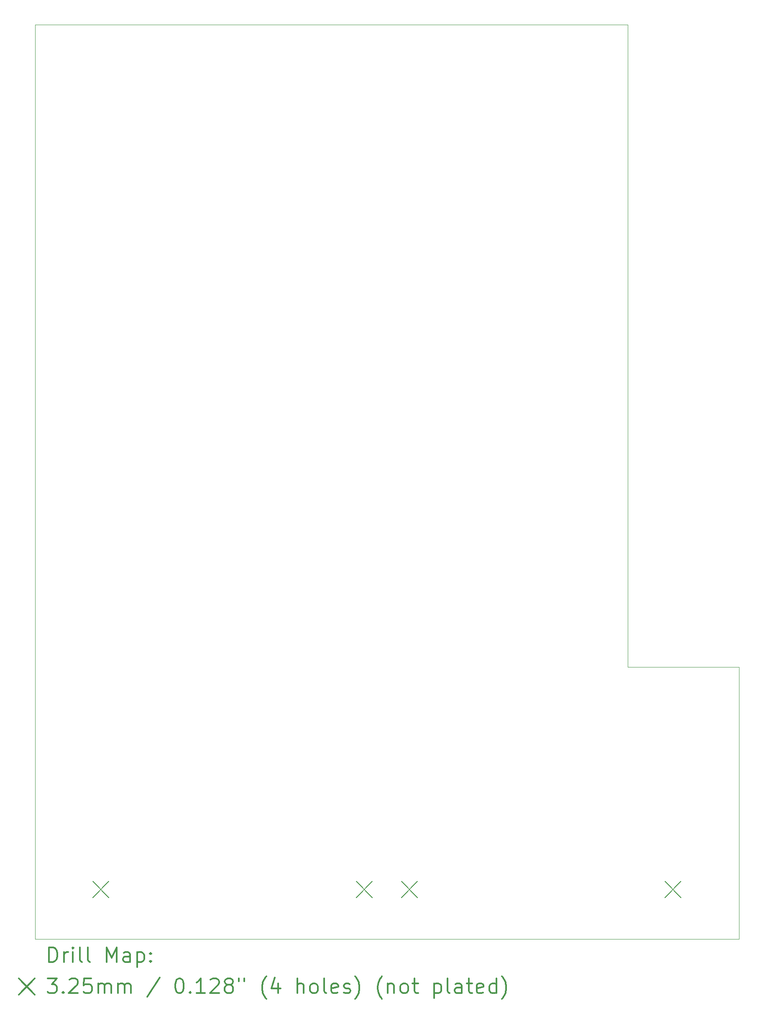
<source format=gbr>
%FSLAX45Y45*%
G04 Gerber Fmt 4.5, Leading zero omitted, Abs format (unit mm)*
G04 Created by KiCad (PCBNEW (5.1.9-0-10_14)) date 2021-08-05 14:32:15*
%MOMM*%
%LPD*%
G01*
G04 APERTURE LIST*
%TA.AperFunction,Profile*%
%ADD10C,0.050000*%
%TD*%
%ADD11C,0.200000*%
%ADD12C,0.300000*%
G04 APERTURE END LIST*
D10*
X15000000Y-17000000D02*
X15000000Y-16000000D01*
X17250000Y-17000000D02*
X15000000Y-17000000D01*
X17250000Y-22500000D02*
X17250000Y-17000000D01*
X3000000Y-22500000D02*
X17250000Y-22500000D01*
X15000000Y-4000000D02*
X15000000Y-16000000D01*
X15000000Y-4000000D02*
X3000000Y-4000000D01*
X3000000Y-22500000D02*
X3000000Y-4000000D01*
D11*
X4170500Y-21337500D02*
X4495500Y-21662500D01*
X4495500Y-21337500D02*
X4170500Y-21662500D01*
X9504500Y-21337500D02*
X9829500Y-21662500D01*
X9829500Y-21337500D02*
X9504500Y-21662500D01*
X10420500Y-21337500D02*
X10745500Y-21662500D01*
X10745500Y-21337500D02*
X10420500Y-21662500D01*
X15754500Y-21337500D02*
X16079500Y-21662500D01*
X16079500Y-21337500D02*
X15754500Y-21662500D01*
D12*
X3283928Y-22968214D02*
X3283928Y-22668214D01*
X3355357Y-22668214D01*
X3398214Y-22682500D01*
X3426786Y-22711071D01*
X3441071Y-22739643D01*
X3455357Y-22796786D01*
X3455357Y-22839643D01*
X3441071Y-22896786D01*
X3426786Y-22925357D01*
X3398214Y-22953929D01*
X3355357Y-22968214D01*
X3283928Y-22968214D01*
X3583928Y-22968214D02*
X3583928Y-22768214D01*
X3583928Y-22825357D02*
X3598214Y-22796786D01*
X3612500Y-22782500D01*
X3641071Y-22768214D01*
X3669643Y-22768214D01*
X3769643Y-22968214D02*
X3769643Y-22768214D01*
X3769643Y-22668214D02*
X3755357Y-22682500D01*
X3769643Y-22696786D01*
X3783928Y-22682500D01*
X3769643Y-22668214D01*
X3769643Y-22696786D01*
X3955357Y-22968214D02*
X3926786Y-22953929D01*
X3912500Y-22925357D01*
X3912500Y-22668214D01*
X4112500Y-22968214D02*
X4083928Y-22953929D01*
X4069643Y-22925357D01*
X4069643Y-22668214D01*
X4455357Y-22968214D02*
X4455357Y-22668214D01*
X4555357Y-22882500D01*
X4655357Y-22668214D01*
X4655357Y-22968214D01*
X4926786Y-22968214D02*
X4926786Y-22811071D01*
X4912500Y-22782500D01*
X4883928Y-22768214D01*
X4826786Y-22768214D01*
X4798214Y-22782500D01*
X4926786Y-22953929D02*
X4898214Y-22968214D01*
X4826786Y-22968214D01*
X4798214Y-22953929D01*
X4783928Y-22925357D01*
X4783928Y-22896786D01*
X4798214Y-22868214D01*
X4826786Y-22853929D01*
X4898214Y-22853929D01*
X4926786Y-22839643D01*
X5069643Y-22768214D02*
X5069643Y-23068214D01*
X5069643Y-22782500D02*
X5098214Y-22768214D01*
X5155357Y-22768214D01*
X5183928Y-22782500D01*
X5198214Y-22796786D01*
X5212500Y-22825357D01*
X5212500Y-22911071D01*
X5198214Y-22939643D01*
X5183928Y-22953929D01*
X5155357Y-22968214D01*
X5098214Y-22968214D01*
X5069643Y-22953929D01*
X5341071Y-22939643D02*
X5355357Y-22953929D01*
X5341071Y-22968214D01*
X5326786Y-22953929D01*
X5341071Y-22939643D01*
X5341071Y-22968214D01*
X5341071Y-22782500D02*
X5355357Y-22796786D01*
X5341071Y-22811071D01*
X5326786Y-22796786D01*
X5341071Y-22782500D01*
X5341071Y-22811071D01*
X2672500Y-23300000D02*
X2997500Y-23625000D01*
X2997500Y-23300000D02*
X2672500Y-23625000D01*
X3255357Y-23298214D02*
X3441071Y-23298214D01*
X3341071Y-23412500D01*
X3383928Y-23412500D01*
X3412500Y-23426786D01*
X3426786Y-23441071D01*
X3441071Y-23469643D01*
X3441071Y-23541071D01*
X3426786Y-23569643D01*
X3412500Y-23583929D01*
X3383928Y-23598214D01*
X3298214Y-23598214D01*
X3269643Y-23583929D01*
X3255357Y-23569643D01*
X3569643Y-23569643D02*
X3583928Y-23583929D01*
X3569643Y-23598214D01*
X3555357Y-23583929D01*
X3569643Y-23569643D01*
X3569643Y-23598214D01*
X3698214Y-23326786D02*
X3712500Y-23312500D01*
X3741071Y-23298214D01*
X3812500Y-23298214D01*
X3841071Y-23312500D01*
X3855357Y-23326786D01*
X3869643Y-23355357D01*
X3869643Y-23383929D01*
X3855357Y-23426786D01*
X3683928Y-23598214D01*
X3869643Y-23598214D01*
X4141071Y-23298214D02*
X3998214Y-23298214D01*
X3983928Y-23441071D01*
X3998214Y-23426786D01*
X4026786Y-23412500D01*
X4098214Y-23412500D01*
X4126786Y-23426786D01*
X4141071Y-23441071D01*
X4155357Y-23469643D01*
X4155357Y-23541071D01*
X4141071Y-23569643D01*
X4126786Y-23583929D01*
X4098214Y-23598214D01*
X4026786Y-23598214D01*
X3998214Y-23583929D01*
X3983928Y-23569643D01*
X4283928Y-23598214D02*
X4283928Y-23398214D01*
X4283928Y-23426786D02*
X4298214Y-23412500D01*
X4326786Y-23398214D01*
X4369643Y-23398214D01*
X4398214Y-23412500D01*
X4412500Y-23441071D01*
X4412500Y-23598214D01*
X4412500Y-23441071D02*
X4426786Y-23412500D01*
X4455357Y-23398214D01*
X4498214Y-23398214D01*
X4526786Y-23412500D01*
X4541071Y-23441071D01*
X4541071Y-23598214D01*
X4683928Y-23598214D02*
X4683928Y-23398214D01*
X4683928Y-23426786D02*
X4698214Y-23412500D01*
X4726786Y-23398214D01*
X4769643Y-23398214D01*
X4798214Y-23412500D01*
X4812500Y-23441071D01*
X4812500Y-23598214D01*
X4812500Y-23441071D02*
X4826786Y-23412500D01*
X4855357Y-23398214D01*
X4898214Y-23398214D01*
X4926786Y-23412500D01*
X4941071Y-23441071D01*
X4941071Y-23598214D01*
X5526786Y-23283929D02*
X5269643Y-23669643D01*
X5912500Y-23298214D02*
X5941071Y-23298214D01*
X5969643Y-23312500D01*
X5983928Y-23326786D01*
X5998214Y-23355357D01*
X6012500Y-23412500D01*
X6012500Y-23483929D01*
X5998214Y-23541071D01*
X5983928Y-23569643D01*
X5969643Y-23583929D01*
X5941071Y-23598214D01*
X5912500Y-23598214D01*
X5883928Y-23583929D01*
X5869643Y-23569643D01*
X5855357Y-23541071D01*
X5841071Y-23483929D01*
X5841071Y-23412500D01*
X5855357Y-23355357D01*
X5869643Y-23326786D01*
X5883928Y-23312500D01*
X5912500Y-23298214D01*
X6141071Y-23569643D02*
X6155357Y-23583929D01*
X6141071Y-23598214D01*
X6126786Y-23583929D01*
X6141071Y-23569643D01*
X6141071Y-23598214D01*
X6441071Y-23598214D02*
X6269643Y-23598214D01*
X6355357Y-23598214D02*
X6355357Y-23298214D01*
X6326786Y-23341071D01*
X6298214Y-23369643D01*
X6269643Y-23383929D01*
X6555357Y-23326786D02*
X6569643Y-23312500D01*
X6598214Y-23298214D01*
X6669643Y-23298214D01*
X6698214Y-23312500D01*
X6712500Y-23326786D01*
X6726786Y-23355357D01*
X6726786Y-23383929D01*
X6712500Y-23426786D01*
X6541071Y-23598214D01*
X6726786Y-23598214D01*
X6898214Y-23426786D02*
X6869643Y-23412500D01*
X6855357Y-23398214D01*
X6841071Y-23369643D01*
X6841071Y-23355357D01*
X6855357Y-23326786D01*
X6869643Y-23312500D01*
X6898214Y-23298214D01*
X6955357Y-23298214D01*
X6983928Y-23312500D01*
X6998214Y-23326786D01*
X7012500Y-23355357D01*
X7012500Y-23369643D01*
X6998214Y-23398214D01*
X6983928Y-23412500D01*
X6955357Y-23426786D01*
X6898214Y-23426786D01*
X6869643Y-23441071D01*
X6855357Y-23455357D01*
X6841071Y-23483929D01*
X6841071Y-23541071D01*
X6855357Y-23569643D01*
X6869643Y-23583929D01*
X6898214Y-23598214D01*
X6955357Y-23598214D01*
X6983928Y-23583929D01*
X6998214Y-23569643D01*
X7012500Y-23541071D01*
X7012500Y-23483929D01*
X6998214Y-23455357D01*
X6983928Y-23441071D01*
X6955357Y-23426786D01*
X7126786Y-23298214D02*
X7126786Y-23355357D01*
X7241071Y-23298214D02*
X7241071Y-23355357D01*
X7683928Y-23712500D02*
X7669643Y-23698214D01*
X7641071Y-23655357D01*
X7626786Y-23626786D01*
X7612500Y-23583929D01*
X7598214Y-23512500D01*
X7598214Y-23455357D01*
X7612500Y-23383929D01*
X7626786Y-23341071D01*
X7641071Y-23312500D01*
X7669643Y-23269643D01*
X7683928Y-23255357D01*
X7926786Y-23398214D02*
X7926786Y-23598214D01*
X7855357Y-23283929D02*
X7783928Y-23498214D01*
X7969643Y-23498214D01*
X8312500Y-23598214D02*
X8312500Y-23298214D01*
X8441071Y-23598214D02*
X8441071Y-23441071D01*
X8426786Y-23412500D01*
X8398214Y-23398214D01*
X8355357Y-23398214D01*
X8326786Y-23412500D01*
X8312500Y-23426786D01*
X8626786Y-23598214D02*
X8598214Y-23583929D01*
X8583928Y-23569643D01*
X8569643Y-23541071D01*
X8569643Y-23455357D01*
X8583928Y-23426786D01*
X8598214Y-23412500D01*
X8626786Y-23398214D01*
X8669643Y-23398214D01*
X8698214Y-23412500D01*
X8712500Y-23426786D01*
X8726786Y-23455357D01*
X8726786Y-23541071D01*
X8712500Y-23569643D01*
X8698214Y-23583929D01*
X8669643Y-23598214D01*
X8626786Y-23598214D01*
X8898214Y-23598214D02*
X8869643Y-23583929D01*
X8855357Y-23555357D01*
X8855357Y-23298214D01*
X9126786Y-23583929D02*
X9098214Y-23598214D01*
X9041071Y-23598214D01*
X9012500Y-23583929D01*
X8998214Y-23555357D01*
X8998214Y-23441071D01*
X9012500Y-23412500D01*
X9041071Y-23398214D01*
X9098214Y-23398214D01*
X9126786Y-23412500D01*
X9141071Y-23441071D01*
X9141071Y-23469643D01*
X8998214Y-23498214D01*
X9255357Y-23583929D02*
X9283928Y-23598214D01*
X9341071Y-23598214D01*
X9369643Y-23583929D01*
X9383928Y-23555357D01*
X9383928Y-23541071D01*
X9369643Y-23512500D01*
X9341071Y-23498214D01*
X9298214Y-23498214D01*
X9269643Y-23483929D01*
X9255357Y-23455357D01*
X9255357Y-23441071D01*
X9269643Y-23412500D01*
X9298214Y-23398214D01*
X9341071Y-23398214D01*
X9369643Y-23412500D01*
X9483928Y-23712500D02*
X9498214Y-23698214D01*
X9526786Y-23655357D01*
X9541071Y-23626786D01*
X9555357Y-23583929D01*
X9569643Y-23512500D01*
X9569643Y-23455357D01*
X9555357Y-23383929D01*
X9541071Y-23341071D01*
X9526786Y-23312500D01*
X9498214Y-23269643D01*
X9483928Y-23255357D01*
X10026786Y-23712500D02*
X10012500Y-23698214D01*
X9983928Y-23655357D01*
X9969643Y-23626786D01*
X9955357Y-23583929D01*
X9941071Y-23512500D01*
X9941071Y-23455357D01*
X9955357Y-23383929D01*
X9969643Y-23341071D01*
X9983928Y-23312500D01*
X10012500Y-23269643D01*
X10026786Y-23255357D01*
X10141071Y-23398214D02*
X10141071Y-23598214D01*
X10141071Y-23426786D02*
X10155357Y-23412500D01*
X10183928Y-23398214D01*
X10226786Y-23398214D01*
X10255357Y-23412500D01*
X10269643Y-23441071D01*
X10269643Y-23598214D01*
X10455357Y-23598214D02*
X10426786Y-23583929D01*
X10412500Y-23569643D01*
X10398214Y-23541071D01*
X10398214Y-23455357D01*
X10412500Y-23426786D01*
X10426786Y-23412500D01*
X10455357Y-23398214D01*
X10498214Y-23398214D01*
X10526786Y-23412500D01*
X10541071Y-23426786D01*
X10555357Y-23455357D01*
X10555357Y-23541071D01*
X10541071Y-23569643D01*
X10526786Y-23583929D01*
X10498214Y-23598214D01*
X10455357Y-23598214D01*
X10641071Y-23398214D02*
X10755357Y-23398214D01*
X10683928Y-23298214D02*
X10683928Y-23555357D01*
X10698214Y-23583929D01*
X10726786Y-23598214D01*
X10755357Y-23598214D01*
X11083928Y-23398214D02*
X11083928Y-23698214D01*
X11083928Y-23412500D02*
X11112500Y-23398214D01*
X11169643Y-23398214D01*
X11198214Y-23412500D01*
X11212500Y-23426786D01*
X11226786Y-23455357D01*
X11226786Y-23541071D01*
X11212500Y-23569643D01*
X11198214Y-23583929D01*
X11169643Y-23598214D01*
X11112500Y-23598214D01*
X11083928Y-23583929D01*
X11398214Y-23598214D02*
X11369643Y-23583929D01*
X11355357Y-23555357D01*
X11355357Y-23298214D01*
X11641071Y-23598214D02*
X11641071Y-23441071D01*
X11626786Y-23412500D01*
X11598214Y-23398214D01*
X11541071Y-23398214D01*
X11512500Y-23412500D01*
X11641071Y-23583929D02*
X11612500Y-23598214D01*
X11541071Y-23598214D01*
X11512500Y-23583929D01*
X11498214Y-23555357D01*
X11498214Y-23526786D01*
X11512500Y-23498214D01*
X11541071Y-23483929D01*
X11612500Y-23483929D01*
X11641071Y-23469643D01*
X11741071Y-23398214D02*
X11855357Y-23398214D01*
X11783928Y-23298214D02*
X11783928Y-23555357D01*
X11798214Y-23583929D01*
X11826786Y-23598214D01*
X11855357Y-23598214D01*
X12069643Y-23583929D02*
X12041071Y-23598214D01*
X11983928Y-23598214D01*
X11955357Y-23583929D01*
X11941071Y-23555357D01*
X11941071Y-23441071D01*
X11955357Y-23412500D01*
X11983928Y-23398214D01*
X12041071Y-23398214D01*
X12069643Y-23412500D01*
X12083928Y-23441071D01*
X12083928Y-23469643D01*
X11941071Y-23498214D01*
X12341071Y-23598214D02*
X12341071Y-23298214D01*
X12341071Y-23583929D02*
X12312500Y-23598214D01*
X12255357Y-23598214D01*
X12226786Y-23583929D01*
X12212500Y-23569643D01*
X12198214Y-23541071D01*
X12198214Y-23455357D01*
X12212500Y-23426786D01*
X12226786Y-23412500D01*
X12255357Y-23398214D01*
X12312500Y-23398214D01*
X12341071Y-23412500D01*
X12455357Y-23712500D02*
X12469643Y-23698214D01*
X12498214Y-23655357D01*
X12512500Y-23626786D01*
X12526786Y-23583929D01*
X12541071Y-23512500D01*
X12541071Y-23455357D01*
X12526786Y-23383929D01*
X12512500Y-23341071D01*
X12498214Y-23312500D01*
X12469643Y-23269643D01*
X12455357Y-23255357D01*
M02*

</source>
